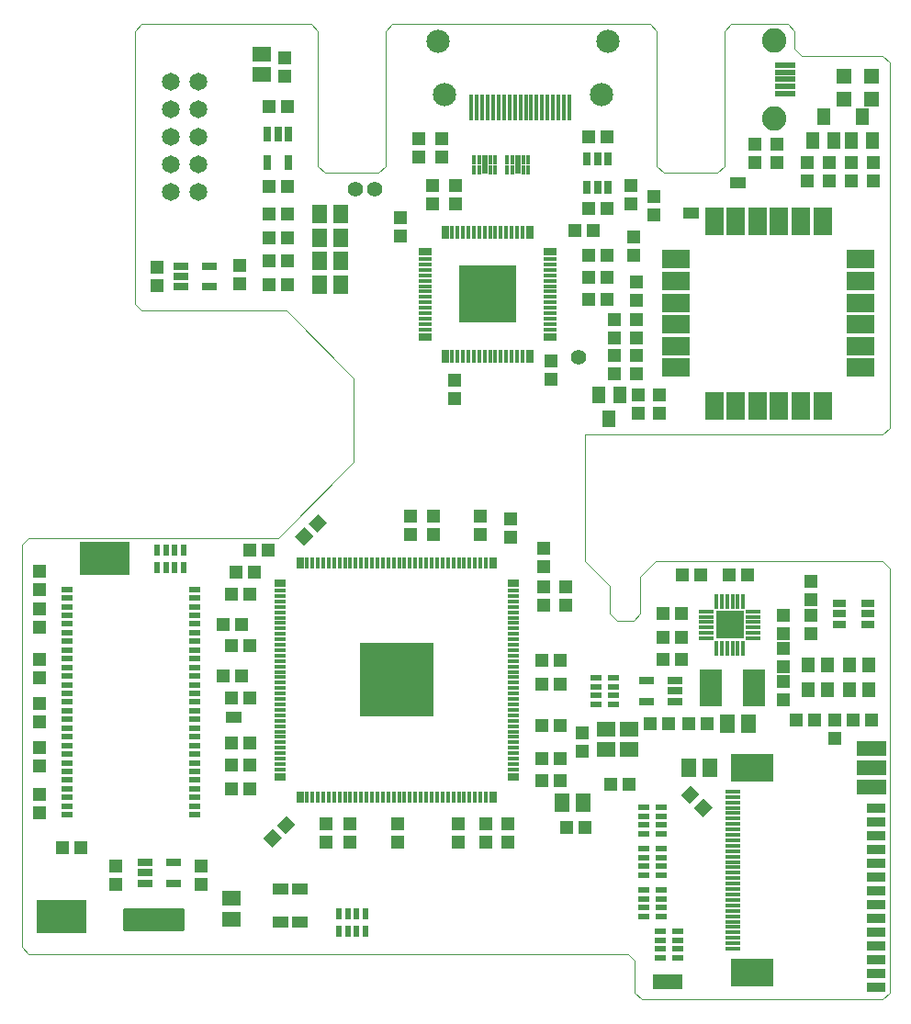
<source format=gts>
G04 EAGLE Gerber RS-274X export*
G75*
%MOMM*%
%FSLAX34Y34*%
%LPD*%
%INLötstopplack top*%
%IPPOS*%
%AMOC8*
5,1,8,0,0,1.08239X$1,22.5*%
G01*
%ADD10C,0.000000*%
%ADD11R,2.692400X1.422400*%
%ADD12R,1.452400X1.652400*%
%ADD13R,1.652400X1.452400*%
%ADD14R,1.252400X1.152400*%
%ADD15R,1.152400X1.252400*%
%ADD16R,1.000000X0.600000*%
%ADD17R,4.652400X3.152400*%
%ADD18R,1.152400X0.752400*%
%ADD19R,1.152400X0.452400*%
%ADD20R,0.752400X1.152400*%
%ADD21R,0.452400X1.152400*%
%ADD22R,5.352400X5.352400*%
%ADD23R,1.252400X1.452400*%
%ADD24R,1.352400X0.702400*%
%ADD25R,0.702400X1.352400*%
%ADD26C,2.152400*%
%ADD27R,0.400000X2.400000*%
%ADD28R,1.752400X0.952400*%
%ADD29R,0.552400X1.702400*%
%ADD30R,0.352400X0.827400*%
%ADD31C,1.422400*%
%ADD32R,6.852400X6.852400*%
%ADD33R,1.125000X0.700000*%
%ADD34R,1.125000X0.400000*%
%ADD35R,0.700000X1.125000*%
%ADD36R,0.400000X1.125000*%
%ADD37R,1.052400X0.602400*%
%ADD38R,2.602400X2.602400*%
%ADD39R,0.402400X1.352400*%
%ADD40R,1.352400X0.402400*%
%ADD41R,1.152400X1.552400*%
%ADD42R,0.660400X1.041400*%
%ADD43R,0.152400X1.092200*%
%ADD44R,0.600000X1.000000*%
%ADD45R,1.352400X1.352400*%
%ADD46R,2.152400X3.452400*%
%ADD47R,1.252400X0.752400*%
%ADD48R,1.400000X0.400000*%
%ADD49R,3.900000X2.600000*%
%ADD50R,1.652400X2.652400*%
%ADD51R,2.652400X1.652400*%
%ADD52R,1.952400X0.552400*%
%ADD53C,2.252400*%
%ADD54C,1.652400*%
%ADD55R,0.752400X1.252400*%
%ADD56C,2.552400*%
%ADD57C,1.352400*%
%ADD58C,3.152400*%
%ADD59C,1.952400*%

G36*
X148902Y63255D02*
X148902Y63255D01*
X148960Y63253D01*
X149042Y63275D01*
X149126Y63287D01*
X149179Y63311D01*
X149235Y63325D01*
X149308Y63368D01*
X149385Y63403D01*
X149430Y63441D01*
X149480Y63471D01*
X149538Y63532D01*
X149602Y63587D01*
X149634Y63635D01*
X149674Y63678D01*
X149713Y63753D01*
X149760Y63823D01*
X149777Y63879D01*
X149804Y63931D01*
X149815Y63999D01*
X149845Y64094D01*
X149848Y64194D01*
X149859Y64262D01*
X149859Y83058D01*
X149851Y83116D01*
X149853Y83174D01*
X149831Y83256D01*
X149819Y83340D01*
X149796Y83393D01*
X149781Y83449D01*
X149738Y83522D01*
X149703Y83599D01*
X149665Y83644D01*
X149636Y83694D01*
X149574Y83752D01*
X149520Y83816D01*
X149471Y83848D01*
X149428Y83888D01*
X149353Y83927D01*
X149283Y83974D01*
X149227Y83991D01*
X149175Y84018D01*
X149107Y84029D01*
X149012Y84059D01*
X148912Y84062D01*
X148844Y84073D01*
X94742Y84073D01*
X94684Y84065D01*
X94626Y84067D01*
X94544Y84045D01*
X94461Y84033D01*
X94407Y84010D01*
X94351Y83995D01*
X94278Y83952D01*
X94201Y83917D01*
X94156Y83879D01*
X94106Y83850D01*
X94048Y83788D01*
X93984Y83734D01*
X93952Y83685D01*
X93912Y83642D01*
X93873Y83567D01*
X93827Y83497D01*
X93809Y83441D01*
X93782Y83389D01*
X93771Y83321D01*
X93741Y83226D01*
X93738Y83126D01*
X93727Y83058D01*
X93727Y64262D01*
X93735Y64204D01*
X93733Y64146D01*
X93755Y64064D01*
X93767Y63981D01*
X93791Y63927D01*
X93805Y63871D01*
X93848Y63798D01*
X93883Y63721D01*
X93921Y63676D01*
X93951Y63626D01*
X94012Y63568D01*
X94067Y63504D01*
X94115Y63472D01*
X94158Y63432D01*
X94233Y63393D01*
X94303Y63347D01*
X94359Y63329D01*
X94411Y63302D01*
X94479Y63291D01*
X94574Y63261D01*
X94674Y63258D01*
X94742Y63247D01*
X148844Y63247D01*
X148902Y63255D01*
G37*
D10*
X558800Y41910D02*
X6350Y41910D01*
X0Y48260D01*
X0Y419100D01*
X236220Y425450D02*
X306070Y495300D01*
X306070Y572770D01*
X335280Y892810D02*
X341630Y899160D01*
X579120Y899160D01*
X800100Y527050D02*
X793750Y520700D01*
X519430Y520700D01*
X519430Y403860D01*
X542290Y381000D01*
X542290Y355600D01*
X548640Y349250D01*
X563880Y349250D01*
X570230Y355600D01*
X570230Y389890D01*
X584200Y403860D01*
X800100Y397510D02*
X800100Y6350D01*
X793750Y0D01*
X571500Y0D01*
X565150Y6350D01*
X565150Y35560D01*
X558800Y41910D01*
X584200Y403860D02*
X793750Y403860D01*
X800100Y397510D01*
X236220Y425450D02*
X6350Y425450D01*
X0Y419100D01*
X328930Y762000D02*
X335280Y768350D01*
X585470Y768350D02*
X591820Y762000D01*
X328930Y762000D02*
X279400Y762000D01*
X335280Y768350D02*
X335280Y892810D01*
X641350Y762000D02*
X647700Y768350D01*
X647700Y892810D01*
X641350Y762000D02*
X591820Y762000D01*
X585470Y892810D02*
X579120Y899160D01*
X585470Y892810D02*
X585470Y768350D01*
X800100Y863600D02*
X800100Y527050D01*
X243840Y635000D02*
X110490Y635000D01*
X104140Y641350D01*
X104140Y892810D01*
X110490Y899160D02*
X266700Y899160D01*
X110490Y899160D02*
X104140Y892810D01*
X273050Y768350D02*
X279400Y762000D01*
X273050Y768350D02*
X273050Y892810D01*
X266700Y899160D01*
X243840Y635000D02*
X306070Y572770D01*
X647700Y892810D02*
X654050Y899160D01*
X712470Y876300D02*
X718820Y869950D01*
X712470Y876300D02*
X712470Y892810D01*
X706120Y899160D01*
X654050Y899160D01*
X793750Y869950D02*
X800100Y863600D01*
X793750Y869950D02*
X718820Y869950D01*
D11*
X783590Y195580D03*
D12*
X615340Y213360D03*
X634340Y213360D03*
D13*
X560070Y249530D03*
X560070Y230530D03*
D14*
X210430Y278130D03*
X193430Y278130D03*
X210430Y236220D03*
X193430Y236220D03*
D15*
X302260Y162170D03*
X302260Y145170D03*
D14*
X479180Y252730D03*
X496180Y252730D03*
X479180Y312420D03*
X496180Y312420D03*
X210430Y326390D03*
X193430Y326390D03*
D15*
X346710Y162170D03*
X346710Y145170D03*
X501650Y363610D03*
X501650Y380610D03*
X422910Y428380D03*
X422910Y445380D03*
X379730Y428380D03*
X379730Y445380D03*
D14*
X214240Y393700D03*
X197240Y393700D03*
D15*
X402590Y162170D03*
X402590Y145170D03*
D12*
X650900Y254000D03*
X669900Y254000D03*
D14*
X479180Y201930D03*
X496180Y201930D03*
D15*
X481330Y399170D03*
X481330Y416170D03*
X450850Y425840D03*
X450850Y442840D03*
X358140Y428380D03*
X358140Y445380D03*
D14*
X210430Y373380D03*
X193430Y373380D03*
X210430Y194310D03*
X193430Y194310D03*
G36*
X234998Y160597D02*
X243853Y169452D01*
X252002Y161303D01*
X243147Y152448D01*
X234998Y160597D01*
G37*
G36*
X222978Y148577D02*
X231833Y157432D01*
X239982Y149283D01*
X231127Y140428D01*
X222978Y148577D01*
G37*
D15*
X280670Y162170D03*
X280670Y145170D03*
D14*
X479180Y222250D03*
X496180Y222250D03*
D15*
X481330Y380610D03*
X481330Y363610D03*
D14*
G36*
X269192Y427413D02*
X260337Y418558D01*
X252188Y426707D01*
X261043Y435562D01*
X269192Y427413D01*
G37*
G36*
X281212Y439433D02*
X272357Y430578D01*
X264208Y438727D01*
X273063Y447582D01*
X281212Y439433D01*
G37*
X210430Y215900D03*
X193430Y215900D03*
D13*
X220980Y852830D03*
X220980Y871830D03*
D12*
X274980Y702310D03*
X293980Y702310D03*
D15*
X487680Y588890D03*
X487680Y571890D03*
D14*
X522360Y645160D03*
X539360Y645160D03*
D15*
X378460Y733180D03*
X378460Y750180D03*
X398780Y571110D03*
X398780Y554110D03*
D12*
X274980Y680720D03*
X293980Y680720D03*
D14*
X522360Y685800D03*
X539360Y685800D03*
X509660Y708660D03*
X526660Y708660D03*
D15*
X349250Y703970D03*
X349250Y720970D03*
D12*
X274980Y659130D03*
X293980Y659130D03*
D14*
X522360Y665480D03*
X539360Y665480D03*
D12*
X274980Y723900D03*
X293980Y723900D03*
D15*
X400050Y733180D03*
X400050Y750180D03*
X16510Y377580D03*
X16510Y394580D03*
D14*
X766200Y257810D03*
X783200Y257810D03*
D15*
X124460Y675250D03*
X124460Y658250D03*
X200660Y676520D03*
X200660Y659520D03*
D14*
X244720Y822960D03*
X227720Y822960D03*
X244720Y749300D03*
X227720Y749300D03*
X582930Y723020D03*
X582930Y740020D03*
D15*
G36*
X628663Y185372D02*
X636812Y177223D01*
X627957Y168368D01*
X619808Y176517D01*
X628663Y185372D01*
G37*
G36*
X616643Y197392D02*
X624792Y189243D01*
X615937Y180388D01*
X607788Y188537D01*
X616643Y197392D01*
G37*
D14*
X242570Y868290D03*
X242570Y851290D03*
D15*
X227720Y702310D03*
X244720Y702310D03*
X227720Y680720D03*
X244720Y680720D03*
X227720Y659130D03*
X244720Y659130D03*
X227720Y723900D03*
X244720Y723900D03*
X519040Y158750D03*
X502040Y158750D03*
D11*
X783590Y231140D03*
X595630Y16510D03*
D14*
X563880Y686190D03*
X563880Y703190D03*
X566420Y576970D03*
X566420Y593970D03*
X566420Y626990D03*
X566420Y609990D03*
X784860Y771770D03*
X784860Y754770D03*
X723900Y771770D03*
X723900Y754770D03*
X566420Y644280D03*
X566420Y661280D03*
D15*
X539360Y795020D03*
X522360Y795020D03*
X539360Y728980D03*
X522360Y728980D03*
D14*
X561340Y750180D03*
X561340Y733180D03*
D16*
X573660Y177100D03*
X573660Y169100D03*
X573660Y161100D03*
X573660Y153100D03*
X589660Y153100D03*
X589660Y161100D03*
X589660Y169100D03*
X589660Y177100D03*
X573660Y139000D03*
X573660Y131000D03*
X573660Y123000D03*
X573660Y115000D03*
X589660Y115000D03*
X589660Y123000D03*
X589660Y131000D03*
X589660Y139000D03*
X573660Y100900D03*
X573660Y92900D03*
X573660Y84900D03*
X573660Y76900D03*
X589660Y76900D03*
X589660Y84900D03*
X589660Y92900D03*
X589660Y100900D03*
X588900Y62800D03*
X588900Y54800D03*
X588900Y46800D03*
X588900Y38800D03*
X604900Y38800D03*
X604900Y46800D03*
X604900Y54800D03*
X604900Y62800D03*
D17*
X76200Y406400D03*
X36830Y76200D03*
D18*
X486760Y611240D03*
D19*
X486760Y617740D03*
X486760Y622740D03*
X486760Y627740D03*
X486760Y632740D03*
X486760Y637740D03*
X486760Y642740D03*
X486760Y647740D03*
X486760Y652740D03*
X486760Y657740D03*
X486760Y662740D03*
D18*
X486760Y689240D03*
D20*
X468260Y707740D03*
D21*
X451760Y707740D03*
X446760Y707740D03*
X441760Y707740D03*
X436760Y707740D03*
X431760Y707740D03*
X426760Y707740D03*
X421760Y707740D03*
X416760Y707740D03*
X411760Y707740D03*
X406760Y707740D03*
D20*
X390260Y707740D03*
D18*
X371760Y689240D03*
D19*
X371760Y672740D03*
X371760Y667740D03*
X371760Y662740D03*
X371760Y657740D03*
X371760Y652740D03*
X371760Y647740D03*
X371760Y642740D03*
X371760Y637740D03*
X371760Y632740D03*
X371760Y627740D03*
D18*
X371760Y611240D03*
D20*
X390260Y592740D03*
D21*
X406760Y592740D03*
X411760Y592740D03*
X416760Y592740D03*
X421760Y592740D03*
X426760Y592740D03*
X431760Y592740D03*
X436760Y592740D03*
X441760Y592740D03*
X446760Y592740D03*
X451760Y592740D03*
D20*
X468260Y592740D03*
D21*
X456760Y592740D03*
X461760Y592740D03*
X401760Y592740D03*
X396760Y592740D03*
D19*
X371760Y622740D03*
X371760Y617740D03*
X371760Y677740D03*
X371760Y682740D03*
D21*
X401760Y707740D03*
X396760Y707740D03*
X456760Y707740D03*
X461760Y707740D03*
D19*
X486760Y667740D03*
X486760Y672740D03*
X486760Y677740D03*
X486760Y682740D03*
D22*
X429260Y650240D03*
D23*
X763160Y285680D03*
X781160Y308680D03*
X763160Y308680D03*
X781160Y285680D03*
D24*
X147019Y676250D03*
X147019Y666750D03*
X147019Y657250D03*
X173021Y657250D03*
X173021Y676250D03*
D25*
X245720Y797861D03*
X236220Y797861D03*
X226720Y797861D03*
X226720Y771859D03*
X245720Y771859D03*
D26*
X534740Y834230D03*
X389740Y834230D03*
X540740Y883230D03*
X383740Y883230D03*
D27*
X504740Y822730D03*
X499740Y822730D03*
X494740Y822730D03*
X489740Y822730D03*
X484740Y822730D03*
X479740Y822730D03*
X474740Y822730D03*
X469740Y822730D03*
X464740Y822730D03*
X459740Y822730D03*
X454740Y822730D03*
X449740Y822730D03*
X444740Y822730D03*
X439740Y822730D03*
X434740Y822730D03*
X429740Y822730D03*
X424740Y822730D03*
X419740Y822730D03*
X414740Y822730D03*
D28*
X787400Y176530D03*
X787400Y163830D03*
X787400Y151130D03*
X787400Y138430D03*
X787400Y125730D03*
X787400Y113030D03*
X787400Y100330D03*
X787400Y87630D03*
X787400Y74930D03*
X787400Y62230D03*
X787400Y49530D03*
X787400Y36830D03*
X787400Y24130D03*
X787400Y11430D03*
D29*
X426720Y769620D03*
D30*
X421720Y765245D03*
X421720Y773995D03*
X416720Y765245D03*
X416720Y773995D03*
X431720Y773995D03*
X436720Y773995D03*
X431720Y765245D03*
X436720Y765245D03*
D29*
X457200Y769620D03*
D30*
X462200Y773995D03*
X462200Y765245D03*
X467200Y773995D03*
X467200Y765245D03*
X452200Y765245D03*
X447200Y765245D03*
X452200Y773995D03*
X447200Y773995D03*
D31*
X307340Y746760D03*
X325120Y746760D03*
D14*
X365760Y776360D03*
X365760Y793360D03*
D15*
X387350Y776360D03*
X387350Y793360D03*
D32*
X345440Y294640D03*
D33*
X453065Y205640D03*
D34*
X453065Y212140D03*
X453065Y217140D03*
X453065Y222140D03*
X453065Y227140D03*
X453065Y232140D03*
X453065Y237140D03*
X453065Y242140D03*
X453065Y247140D03*
X453065Y252140D03*
X453065Y257140D03*
X453065Y262140D03*
X453065Y267140D03*
X453065Y272140D03*
X453065Y277140D03*
X453065Y282140D03*
X453065Y287140D03*
X453065Y292140D03*
X453065Y297140D03*
X453065Y302140D03*
X453065Y307140D03*
X453065Y312140D03*
X453065Y317140D03*
X453065Y322140D03*
X453065Y327140D03*
X453065Y332140D03*
X453065Y337140D03*
X453065Y342140D03*
X453065Y347140D03*
X453065Y352140D03*
X453065Y357140D03*
X453065Y362140D03*
X453065Y367140D03*
X453065Y372140D03*
X453065Y377140D03*
D33*
X453065Y383640D03*
D35*
X434440Y402265D03*
D36*
X427940Y402265D03*
X422940Y402265D03*
X417940Y402265D03*
X412940Y402265D03*
X407940Y402265D03*
X402940Y402265D03*
X397940Y402265D03*
X392940Y402265D03*
X387940Y402265D03*
X382940Y402265D03*
X377940Y402265D03*
X372940Y402265D03*
X367940Y402265D03*
X362940Y402265D03*
X357940Y402265D03*
X352940Y402265D03*
X347940Y402265D03*
X342940Y402265D03*
X337940Y402265D03*
X332940Y402265D03*
X327940Y402265D03*
X322940Y402265D03*
X317940Y402265D03*
X312940Y402265D03*
X307940Y402265D03*
X302940Y402265D03*
X297940Y402265D03*
X292940Y402265D03*
X287940Y402265D03*
X282940Y402265D03*
X277940Y402265D03*
X272940Y402265D03*
X267940Y402265D03*
X262940Y402265D03*
D35*
X256440Y402265D03*
D33*
X237815Y383640D03*
D34*
X237815Y377140D03*
X237815Y372140D03*
X237815Y367140D03*
X237815Y362140D03*
X237815Y357140D03*
X237815Y352140D03*
X237815Y347140D03*
X237815Y342140D03*
X237815Y337140D03*
X237815Y332140D03*
X237815Y327140D03*
X237815Y322140D03*
X237815Y317140D03*
X237815Y312140D03*
X237815Y307140D03*
X237815Y302140D03*
X237815Y297140D03*
X237815Y292140D03*
X237815Y287140D03*
X237815Y282140D03*
X237815Y277140D03*
X237815Y272140D03*
X237815Y267140D03*
X237815Y262140D03*
X237815Y257140D03*
X237815Y252140D03*
X237815Y247140D03*
X237815Y242140D03*
X237815Y237140D03*
X237815Y232140D03*
X237815Y227140D03*
X237815Y222140D03*
X237815Y217140D03*
X237815Y212140D03*
D33*
X237815Y205640D03*
D35*
X256440Y187015D03*
D36*
X262940Y187015D03*
X267940Y187015D03*
X272940Y187015D03*
X277940Y187015D03*
X282940Y187015D03*
X287940Y187015D03*
X292940Y187015D03*
X297940Y187015D03*
X302940Y187015D03*
X307940Y187015D03*
X312940Y187015D03*
X317940Y187015D03*
X322940Y187015D03*
X327940Y187015D03*
X332940Y187015D03*
X337940Y187015D03*
X342940Y187015D03*
X347940Y187015D03*
X352940Y187015D03*
X357940Y187015D03*
X362940Y187015D03*
X367940Y187015D03*
X372940Y187015D03*
X377940Y187015D03*
X382940Y187015D03*
X387940Y187015D03*
X392940Y187015D03*
X397940Y187015D03*
X402940Y187015D03*
X407940Y187015D03*
X412940Y187015D03*
X417940Y187015D03*
X422940Y187015D03*
X427940Y187015D03*
D35*
X434440Y187015D03*
D37*
X41530Y378320D03*
X41530Y370320D03*
X41530Y362320D03*
X41530Y354320D03*
X41530Y346320D03*
X41530Y338320D03*
X41530Y330320D03*
X41530Y322320D03*
X41530Y314320D03*
X41530Y306320D03*
X41530Y298320D03*
X41530Y290320D03*
X41530Y282320D03*
X41530Y274320D03*
X41530Y266320D03*
X41530Y258320D03*
X41530Y250320D03*
X41530Y242320D03*
X41530Y234320D03*
X41530Y226320D03*
X41530Y218320D03*
X41530Y210320D03*
X41530Y202320D03*
X41530Y194320D03*
X41530Y186320D03*
X41530Y178320D03*
X41530Y170320D03*
X159130Y170320D03*
X159130Y178320D03*
X159130Y186320D03*
X159130Y194320D03*
X159130Y202320D03*
X159130Y210320D03*
X159130Y218320D03*
X159130Y226320D03*
X159130Y234320D03*
X159130Y242320D03*
X159130Y250320D03*
X159130Y258320D03*
X159130Y266320D03*
X159130Y274320D03*
X159130Y282320D03*
X159130Y290320D03*
X159130Y298320D03*
X159130Y306320D03*
X159130Y314320D03*
X159130Y322320D03*
X159130Y330320D03*
X159130Y338320D03*
X159130Y346320D03*
X159130Y354320D03*
X159130Y362320D03*
X159130Y370320D03*
X159130Y378320D03*
D15*
X16510Y360290D03*
X16510Y343290D03*
X16510Y313300D03*
X16510Y296300D03*
X16510Y272660D03*
X16510Y255660D03*
X427990Y162170D03*
X427990Y145170D03*
X54220Y139700D03*
X37220Y139700D03*
X16510Y171840D03*
X16510Y188840D03*
D14*
X185810Y298450D03*
X202810Y298450D03*
X185810Y345440D03*
X202810Y345440D03*
D15*
X714130Y257810D03*
X731130Y257810D03*
X749300Y257420D03*
X749300Y240420D03*
X448310Y162170D03*
X448310Y145170D03*
D14*
X226940Y414020D03*
X209940Y414020D03*
D38*
X652780Y345440D03*
D39*
X640280Y323940D03*
X645280Y323940D03*
X650280Y323940D03*
X655280Y323940D03*
X660280Y323940D03*
X665280Y323940D03*
D40*
X674280Y332940D03*
X674280Y337940D03*
X674280Y342940D03*
X674280Y347940D03*
X674280Y352940D03*
X674280Y357940D03*
D39*
X665280Y366940D03*
X660280Y366940D03*
X655280Y366940D03*
X650280Y366940D03*
X645280Y366940D03*
X640280Y366940D03*
D40*
X631280Y357940D03*
X631280Y352940D03*
X631280Y347940D03*
X631280Y342940D03*
X631280Y337940D03*
X631280Y332940D03*
D41*
X739140Y813640D03*
X748640Y791640D03*
X729640Y791640D03*
X774700Y813640D03*
X784200Y791640D03*
X765200Y791640D03*
D14*
X744220Y771770D03*
X744220Y754770D03*
X764540Y771770D03*
X764540Y754770D03*
D42*
X191770Y260350D03*
X199390Y260350D03*
D43*
X195580Y260350D03*
D44*
X125160Y398400D03*
X133160Y398400D03*
X141160Y398400D03*
X149160Y398400D03*
X149160Y414400D03*
X141160Y414400D03*
X133160Y414400D03*
X125160Y414400D03*
D45*
X758190Y830240D03*
X758190Y851240D03*
X783590Y830240D03*
X783590Y851240D03*
D46*
X675320Y287020D03*
X635320Y287020D03*
D24*
X602281Y274980D03*
X602281Y284480D03*
X602281Y293980D03*
X576279Y293980D03*
X576279Y274980D03*
D14*
X615070Y254000D03*
X632070Y254000D03*
X579510Y254000D03*
X596510Y254000D03*
D15*
X559680Y198120D03*
X542680Y198120D03*
D13*
X538480Y230530D03*
X538480Y249530D03*
D42*
X260350Y71120D03*
X252730Y71120D03*
D43*
X256540Y71120D03*
D42*
X242570Y71120D03*
X234950Y71120D03*
D43*
X238760Y71120D03*
D15*
X590940Y313690D03*
X607940Y313690D03*
X608720Y391160D03*
X625720Y391160D03*
D14*
X607940Y334010D03*
X590940Y334010D03*
X607940Y355600D03*
X590940Y355600D03*
X651900Y391160D03*
X668900Y391160D03*
X702310Y323460D03*
X702310Y306460D03*
X702310Y275980D03*
X702310Y292980D03*
D23*
X725060Y285680D03*
X743060Y308680D03*
X725060Y308680D03*
X743060Y285680D03*
D15*
X702310Y336940D03*
X702310Y353940D03*
D44*
X316800Y79120D03*
X308800Y79120D03*
X300800Y79120D03*
X292800Y79120D03*
X292800Y63120D03*
X300800Y63120D03*
X308800Y63120D03*
X316800Y63120D03*
D16*
X529210Y296480D03*
X529210Y288480D03*
X529210Y280480D03*
X529210Y272480D03*
X545210Y272480D03*
X545210Y280480D03*
X545210Y288480D03*
X545210Y296480D03*
D13*
X193040Y93320D03*
X193040Y74320D03*
D24*
X113999Y126340D03*
X113999Y116840D03*
X113999Y107340D03*
X140001Y107340D03*
X140001Y126340D03*
D15*
X86360Y122800D03*
X86360Y105800D03*
X165100Y122800D03*
X165100Y105800D03*
D42*
X260350Y101600D03*
X252730Y101600D03*
D43*
X256540Y101600D03*
D42*
X242570Y101600D03*
X234950Y101600D03*
D43*
X238760Y101600D03*
D14*
X727710Y385690D03*
X727710Y368690D03*
D15*
X727710Y353940D03*
X727710Y336940D03*
X496180Y290830D03*
X479180Y290830D03*
D11*
X783590Y213360D03*
D14*
X16510Y232020D03*
X16510Y215020D03*
D31*
X513080Y591820D03*
D47*
X780080Y346100D03*
X780080Y355600D03*
X780080Y365100D03*
X754080Y346100D03*
X754080Y355600D03*
X754080Y365100D03*
D48*
X655840Y46880D03*
X655840Y51880D03*
X655840Y56880D03*
X655840Y61880D03*
X655840Y66880D03*
X655840Y71880D03*
X655840Y76880D03*
X655840Y81880D03*
X655840Y86880D03*
X655840Y91880D03*
X655840Y96880D03*
X655840Y101880D03*
X655840Y106880D03*
X655840Y111880D03*
X655840Y116880D03*
X655840Y121880D03*
X655840Y126880D03*
X655840Y131880D03*
X655840Y136880D03*
X655840Y141880D03*
X655840Y146880D03*
X655840Y151880D03*
X655840Y156880D03*
X655840Y161880D03*
X655840Y166880D03*
X655840Y171880D03*
X655840Y176880D03*
X655840Y181880D03*
X655840Y186880D03*
X655840Y191880D03*
D49*
X673140Y24700D03*
X673140Y214060D03*
D12*
X498500Y181610D03*
X517500Y181610D03*
D14*
X516890Y228990D03*
X516890Y245990D03*
D50*
X638340Y547460D03*
X658340Y547460D03*
X678340Y547460D03*
X698340Y547460D03*
X718340Y547460D03*
X738340Y547460D03*
D51*
X773340Y582460D03*
X773340Y602460D03*
X773340Y622460D03*
X773340Y642460D03*
X773340Y662460D03*
X773340Y682460D03*
D50*
X738340Y717460D03*
X718340Y717460D03*
X698340Y717460D03*
X678340Y717460D03*
X658340Y717460D03*
X638340Y717460D03*
D51*
X603340Y682460D03*
X603340Y662460D03*
X603340Y642460D03*
X603340Y622460D03*
X603340Y602460D03*
X603340Y582460D03*
D14*
X588010Y557140D03*
X588010Y540140D03*
D42*
X621030Y725170D03*
X613410Y725170D03*
D43*
X617220Y725170D03*
D52*
X703820Y861360D03*
D53*
X693420Y884110D03*
X693420Y812610D03*
D52*
X703820Y854860D03*
X703820Y848360D03*
X703820Y841860D03*
X703820Y835360D03*
D15*
X675640Y771280D03*
X675640Y788280D03*
D14*
X695960Y771280D03*
X695960Y788280D03*
D42*
X664210Y753110D03*
X656590Y753110D03*
D43*
X660400Y753110D03*
D54*
X162560Y744220D03*
X137160Y744220D03*
X162560Y769620D03*
X137160Y769620D03*
X162560Y795020D03*
X137160Y795020D03*
X162560Y820420D03*
X137160Y820420D03*
X162560Y845820D03*
X137160Y845820D03*
D55*
X540360Y775000D03*
X530860Y775000D03*
X521360Y775000D03*
X540360Y749000D03*
X530860Y749000D03*
X521360Y749000D03*
D41*
X541655Y535735D03*
X532155Y557735D03*
X551155Y557735D03*
D14*
X568325Y540140D03*
X568325Y557140D03*
X546100Y593970D03*
X546100Y576970D03*
X546100Y609990D03*
X546100Y626990D03*
D56*
X429260Y650240D03*
D57*
X411480Y632460D03*
X411480Y668020D03*
X447040Y668020D03*
X447040Y632460D03*
D58*
X345440Y294640D03*
D54*
X325120Y314960D03*
X325120Y274320D03*
X365760Y274320D03*
X365760Y314960D03*
D59*
X652780Y345440D03*
M02*

</source>
